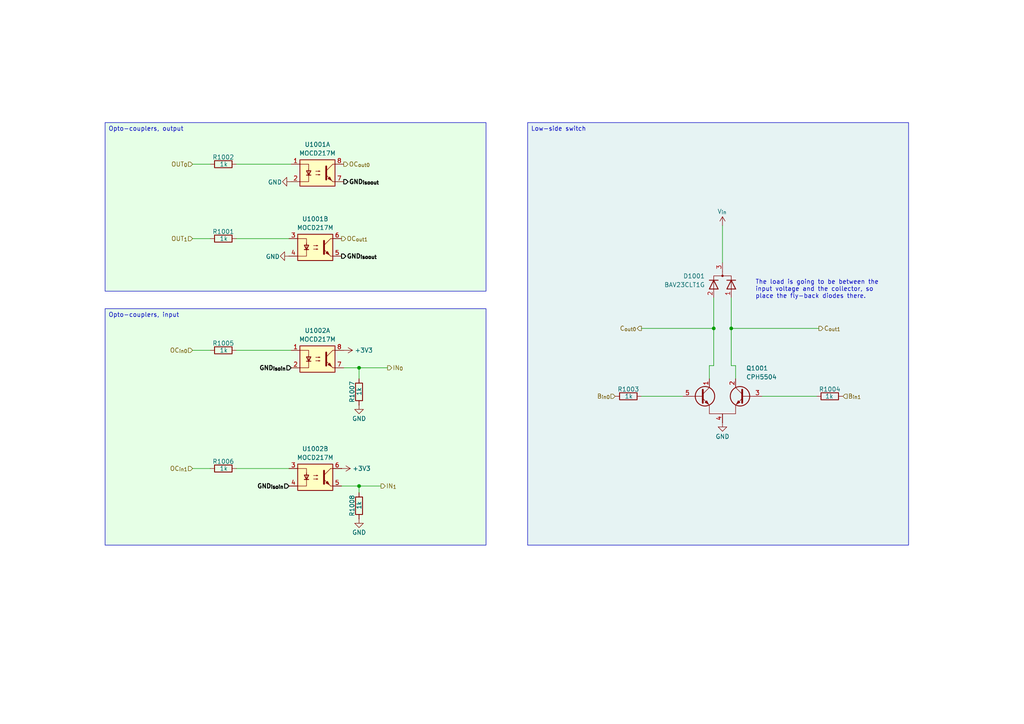
<source format=kicad_sch>
(kicad_sch (version 20231120) (generator "eeschema") (generator_version "8.0")
  (paper "A4")
  (title_block (title "${TITLE}") (date "2025-01-26") (rev "${REVISION}") (company "${LINK}") (comment 1 "${AUTHOR}"))
  (lib_symbols
    (symbol "Device:D_Dual_CommonCathode_AAK_Parallel" (pin_names (offset 0.762) hide)
      (property "Reference" "D" (at 0 5.08 0))
      (property "Value" "D_Dual_CommonCathode_AAK_Parallel" (at 0 -5.08 0))
      (symbol "D_Dual_CommonCathode_AAK_Parallel_0_0"
        (polyline (pts (xy 0 -1.27) (xy 0 -3.81)) (stroke (width 0.254)))
        (polyline (pts (xy 0 1.27) (xy 0 3.81)) (stroke (width 0.254)))
      )
      (symbol "D_Dual_CommonCathode_AAK_Parallel_0_1"
        (polyline (pts (xy 1.27 0) (xy 2.54 0)))
        (polyline (pts (xy -2.54 -2.54) (xy 1.27 -2.54) (xy 1.27 2.54) (xy -2.54 2.54)))
        (polyline (pts (xy -2.54 -1.27) (xy 0 -2.54) (xy -2.54 -3.81) (xy -2.54 -1.27) (xy -2.54 -1.27) (xy -2.54 -1.27)) (stroke (width 0.254)))
        (polyline (pts (xy -2.54 3.81) (xy 0 2.54) (xy -2.54 1.27) (xy -2.54 3.81) (xy -2.54 3.81) (xy -2.54 3.81)) (stroke (width 0.254)))
        (circle (center 1.27 0) (radius 0.254) (fill (type outline)))
        (pin passive line (at -5.08 2.54 0) (length 2.54) (name "A") (number "1"))
        (pin passive line (at -5.08 -2.54 0) (length 2.54) (name "A") (number "2"))
        (pin passive line (at 5.08 0 180) (length 2.54) (name "K") (number "3"))
      )
    )
    (symbol "Device:R" (pin_numbers hide) (pin_names (offset 0))
      (property "Reference" "R" (at 2.032 0 90))
      (property "Value" "R" (at 0 0 90))
      (symbol "R_0_1"
        (rectangle (start -1.016 -2.54) (end 1.016 2.54) (stroke (width 0.254)))
      )
      (symbol "R_1_1"
        (pin passive line (at 0 3.81 270) (length 1.27) (name "~") (number "1"))
        (pin passive line (at 0 -3.81 90) (length 1.27) (name "~") (number "2"))
      )
    )
    (symbol "Isolator:MOCD207M" (pin_names (offset 1.016))
      (property "Reference" "U" (at -5.08 5.08 0))
      (property "Value" "MOCD207M" (at 0 5.08 0))
      (symbol "MOCD207M_0_1"
        (rectangle (start -5.08 3.81) (end 5.08 -3.81) (stroke (width 0.254)) (fill (type background)))
        (polyline (pts (xy -3.175 -0.635) (xy -1.905 -0.635)) (stroke (width 0.254)))
        (polyline (pts (xy 2.54 0.635) (xy 4.445 2.54)))
        (polyline (pts (xy 4.445 -2.54) (xy 2.54 -0.635)) (fill (type outline)))
        (polyline (pts (xy 4.445 -2.54) (xy 5.08 -2.54)))
        (polyline (pts (xy 4.445 2.54) (xy 5.08 2.54)))
        (polyline (pts (xy -5.08 2.54) (xy -2.54 2.54) (xy -2.54 0.635)))
        (polyline (pts (xy 2.54 1.905) (xy 2.54 -1.905) (xy 2.54 -1.905)) (stroke (width 0.508)))
        (polyline (pts (xy -2.54 -0.635) (xy -3.175 0.635) (xy -1.905 0.635) (xy -2.54 -0.635)) (stroke (width 0.254)))
        (polyline (pts (xy -2.54 -0.635) (xy -2.54 1.27) (xy -2.54 -2.54) (xy -5.08 -2.54)))
        (polyline (pts (xy -0.508 -0.508) (xy 0.762 -0.508) (xy 0.381 -0.635) (xy 0.381 -0.381) (xy 0.762 -0.508)))
        (polyline (pts (xy -0.508 0.508) (xy 0.762 0.508) (xy 0.381 0.381) (xy 0.381 0.635) (xy 0.762 0.508)))
        (polyline (pts (xy 3.048 -1.651) (xy 3.556 -1.143) (xy 4.064 -2.159) (xy 3.048 -1.651) (xy 3.048 -1.651)) (fill (type outline)))
      )
      (symbol "MOCD207M_1_1"
        (pin passive line (at -7.62 2.54 0) (length 2.54) (name "~") (number "1"))
        (pin passive line (at -7.62 -2.54 0) (length 2.54) (name "~") (number "2"))
        (pin passive line (at 7.62 -2.54 180) (length 2.54) (name "~") (number "7"))
        (pin passive line (at 7.62 2.54 180) (length 2.54) (name "~") (number "8"))
      )
      (symbol "MOCD207M_2_1"
        (pin passive line (at -7.62 2.54 0) (length 2.54) (name "~") (number "3"))
        (pin passive line (at -7.62 -2.54 0) (length 2.54) (name "~") (number "4"))
        (pin passive line (at 7.62 -2.54 180) (length 2.54) (name "~") (number "5"))
        (pin passive line (at 7.62 2.54 180) (length 2.54) (name "~") (number "6"))
      )
    )
    (symbol "Q_Dual_NPN_NPN_E1B1C2E2B2C1_1" (pin_names (offset 0) hide)
      (property "Reference" "Q1001" (at 6.858 8.128 0))
      (property "Value" "CPH5504" (at 6.858 5.588 0))
      (symbol "Q_Dual_NPN_NPN_E1B1C2E2B2C1_1_0_1"
        (circle (center -5.08 0) (radius 2.8194) (stroke (width 0.254)))
        (polyline (pts (xy -5.715 0) (xy -8.89 0)))
        (polyline (pts (xy -5.715 0.635) (xy -3.81 2.54)))
        (polyline (pts (xy 5.715 0) (xy 8.89 0)))
        (polyline (pts (xy 5.715 0.635) (xy 3.81 2.54)))
        (polyline (pts (xy -5.715 -0.635) (xy -3.81 -2.54) (xy -3.81 -2.54)))
        (polyline (pts (xy -5.715 1.905) (xy -5.715 -1.905) (xy -5.715 -1.905)) (stroke (width 0.508)))
        (polyline (pts (xy 5.715 -0.635) (xy 3.81 -2.54) (xy 3.81 -2.54)))
        (polyline (pts (xy 5.715 1.905) (xy 5.715 -1.905) (xy 5.715 -1.905)) (stroke (width 0.508)))
        (polyline (pts (xy 3.81 -2.54) (xy 3.81 -5.08) (xy -3.81 -5.08) (xy -3.81 -2.54)))
        (polyline (pts (xy -5.08 -1.778) (xy -4.572 -1.27) (xy -4.064 -2.286) (xy -5.08 -1.778) (xy -5.08 -1.778)) (fill (type outline)))
        (polyline (pts (xy 5.08 -1.778) (xy 4.572 -1.27) (xy 4.064 -2.286) (xy 5.08 -1.778) (xy 5.08 -1.778)) (fill (type outline)))
        (circle (center 5.08 0) (radius 2.8194) (stroke (width 0.254)))
      )
      (symbol "Q_Dual_NPN_NPN_E1B1C2E2B2C1_1_1_1"
        (pin passive line (at -3.81 5.08 270) (length 2.54) (name "C1") (number "1"))
        (pin passive line (at 3.81 5.08 270) (length 2.54) (name "C2") (number "2"))
        (pin input line (at 11.43 0 180) (length 2.54) (name "B2") (number "3"))
        (pin passive line (at 0 -7.62 90) (length 2.54) (name "E") (number "4"))
        (pin input line (at -11.43 0 0) (length 2.54) (name "B1") (number "5"))
      )
    )
    (symbol "power:+12V" (power) (pin_names (offset 0))
      (property "Value" "+12V" (at 0 3.556 0))
      (symbol "+12V_0_1"
        (polyline (pts (xy -0.762 1.27) (xy 0 2.54)))
        (polyline (pts (xy 0 0) (xy 0 2.54)))
        (polyline (pts (xy 0 2.54) (xy 0.762 1.27)))
      )
      (symbol "+12V_1_1"
        (pin power_in line (at 0 0 90) (length 0) hide (name "+12V") (number "1"))
      )
    )
    (symbol "power:+3V3" (power) (pin_numbers hide) (pin_names (offset 0) hide)
      (property "Value" "+3V3" (at 0 3.556 0))
      (symbol "+3V3_0_1"
        (polyline (pts (xy -0.762 1.27) (xy 0 2.54)))
        (polyline (pts (xy 0 0) (xy 0 2.54)))
        (polyline (pts (xy 0 2.54) (xy 0.762 1.27)))
      )
      (symbol "+3V3_1_1"
        (pin power_in line (at 0 0 90) (length 0) (name "~") (number "1"))
      )
    )
    (symbol "power:GND" (power) (pin_numbers hide) (pin_names (offset 0) hide)
      (property "Value" "GND" (at 0 -3.81 0))
      (symbol "GND_0_1"
        (polyline (pts (xy 0 0) (xy 0 -1.27) (xy 1.27 -1.27) (xy 0 -2.54) (xy -1.27 -1.27) (xy 0 -1.27)))
      )
      (symbol "GND_1_1"
        (pin power_in line (at 0 0 270) (length 0) (name "~") (number "1"))
      )
    )
  )
  (junction (at 212.09 95.25))
  (junction (at 207.01 95.25))
  (junction (at 104.14 140.97))
  (junction (at 104.14 106.68))
  (wire (pts (xy 55.88 101.6) (xy 60.96 101.6)))
  (wire (pts (xy 236.855 114.935) (xy 220.98 114.935)))
  (wire (pts (xy 104.14 106.68) (xy 104.14 109.855)))
  (wire (pts (xy 212.09 106.045) (xy 213.36 106.045)))
  (wire (pts (xy 209.55 65.405) (xy 209.55 76.2)))
  (wire (pts (xy 99.695 106.68) (xy 104.14 106.68)))
  (wire (pts (xy 104.14 106.68) (xy 112.395 106.68)))
  (wire (pts (xy 186.055 95.25) (xy 207.01 95.25)))
  (wire (pts (xy 68.58 135.89) (xy 83.82 135.89)))
  (wire (pts (xy 68.58 47.625) (xy 84.455 47.625)))
  (wire (pts (xy 205.74 106.045) (xy 205.74 109.855)))
  (wire (pts (xy 212.09 95.25) (xy 237.49 95.25)))
  (wire (pts (xy 104.14 140.97) (xy 110.49 140.97)))
  (wire (pts (xy 99.06 140.97) (xy 104.14 140.97)))
  (wire (pts (xy 55.88 47.625) (xy 60.96 47.625)))
  (wire (pts (xy 212.09 86.36) (xy 212.09 95.25)))
  (wire (pts (xy 207.01 86.36) (xy 207.01 95.25)))
  (wire (pts (xy 104.14 140.97) (xy 104.14 142.875)))
  (wire (pts (xy 186.055 114.935) (xy 198.12 114.935)))
  (wire (pts (xy 55.88 135.89) (xy 60.96 135.89)))
  (wire (pts (xy 207.01 106.045) (xy 205.74 106.045)))
  (wire (pts (xy 213.36 106.045) (xy 213.36 109.855)))
  (wire (pts (xy 68.58 69.215) (xy 83.82 69.215)))
  (wire (pts (xy 207.01 95.25) (xy 207.01 106.045)))
  (wire (pts (xy 212.09 95.25) (xy 212.09 106.045)))
  (wire (pts (xy 55.88 69.215) (xy 60.96 69.215)))
  (wire (pts (xy 68.58 101.6) (xy 84.455 101.6)))
  (text_box "Opto-couplers, input" (at 30.48 89.535 0) (size 110.49 68.58) (fill (type color) (color 0 255 0 0.1)) (effects (font (size 1.27 1.27)) (justify left top)))
  (text_box "Opto-couplers, output" (at 30.48 35.56 0) (size 110.49 48.895) (fill (type color) (color 0 255 0 0.1)) (effects (font (size 1.27 1.27)) (justify left top)))
  (text_box "Low-side switch" (at 153.035 35.56 0) (size 110.49 122.555) (fill (type color) (color 0 132 132 0.1)) (effects (font (size 1.27 1.27)) (justify left top)))
  (text "The load is going to be between the \ninput voltage and the collector, so\nplace the fly-back diodes there." (at 219.075 83.947 0) (effects (font (size 1.27 1.27)) (justify left)))
  (hierarchical_label "OUT_{0}" (shape input) (at 55.88 47.625 180) (property "Netclass" "digital" (effects (hide yes))))
  (hierarchical_label "C_{out}_{1}" (shape output) (at 237.49 95.25 0))
  (hierarchical_label "IN_{1}" (shape output) (at 110.49 140.97 0) (property "Netclass" "digital" (effects (hide yes))))
  (hierarchical_label "GND_{iso}_{out}" (shape output) (at 99.06 74.295 0) (effects (font (thickness 0.254) (bold yes))))
  (hierarchical_label "OC_{in}_{0}" (shape input) (at 55.88 101.6 180) (property "Netclass" "digital" (effects (hide yes))))
  (hierarchical_label "C_{out}_{0}" (shape output) (at 186.055 95.25 180))
  (hierarchical_label "B_{in}_{0}" (shape input) (at 178.435 114.935 180) (property "Netclass" "digital" (effects (hide yes))))
  (hierarchical_label "OUT_{1}" (shape input) (at 55.88 69.215 180) (property "Netclass" "digital" (effects (hide yes))))
  (hierarchical_label "GND_{iso}_{in}" (shape input) (at 84.455 106.68 180) (effects (font (thickness 0.254) (bold yes))))
  (hierarchical_label "OC_{in}_{1}" (shape input) (at 55.88 135.89 180) (property "Netclass" "digital" (effects (hide yes))))
  (hierarchical_label "B_{in}_{1}" (shape input) (at 244.475 114.935 0) (property "Netclass" "digital" (effects (hide yes))))
  (hierarchical_label "GND_{iso}_{out}" (shape output) (at 99.695 52.705 0) (effects (font (thickness 0.254) (bold yes))))
  (hierarchical_label "OC_{out}_{1}" (shape output) (at 99.06 69.215 0) (property "Netclass" "digital" (effects (hide yes))))
  (hierarchical_label "IN_{0}" (shape output) (at 112.395 106.68 0) (property "Netclass" "digital" (effects (hide yes))))
  (hierarchical_label "GND_{iso}_{in}" (shape input) (at 83.82 140.97 180) (effects (font (thickness 0.254) (bold yes))))
  (hierarchical_label "OC_{out}_{0}" (shape output) (at 99.695 47.625 0) (property "Netclass" "digital" (effects (hide yes))))
  (symbol (lib_id "power:GND") (at 209.55 122.555 0) (unit 1)
    (property "Reference" "#PWR01003" (effects (hide yes)))
    (property "Value" "GND" (at 209.55 126.619 0))
    (property "Description" "Power symbol creates a global label with name \"GND\" , ground" (effects (hide yes)))
  )
  (symbol (lib_id "Isolator:MOCD207M") (at 92.075 50.165 0) (unit 1)
    (property "Reference" "U1001" (at 92.075 41.91 0))
    (property "Value" "MOCD217M" (at 92.075 44.45 0))
    (property "Footprint" "Package_SO:SOIC-8_3.9x4.9mm_P1.27mm" (effects (hide yes)))
    (property "Datasheet" "https://www.onsemi.com/pdf/datasheet/mocd217m-d.pdf" (effects (hide yes)))
    (property "Description" "8-pin SOIC Dual-Channel Phototransistor Output Optocoupler, VCEO 70V, VF 1.25-1.5V (IF 30mA), CTR 100-200%, SOIC8" (effects (hide yes)))
    (property "MPN" "MOCD217R2M" (effects (hide yes)))
    (property "Digikey" "https://www.digikey.de/en/products/detail/onsemi/MOCD217R2M/402226" (effects (hide yes)))
    (property "Price" "1.2" (effects (hide yes)))
  )
  (symbol (lib_id "Device:R") (at 240.665 114.935 270) (unit 1)
    (property "Reference" "R1004" (at 240.665 112.903 90))
    (property "Value" "1k" (at 240.538 114.935 90))
    (property "Footprint" "Resistor_SMD:R_0603_1608Metric" (effects (hide yes)))
    (property "Description" "Resistor" (effects (hide yes)))
    (property "Tolerance" "5%" (effects (hide yes)))
    (property "Power" "0.1W" (effects (hide yes)))
    (property "Price" "0.1" (effects (hide yes)))
  )
  (symbol (lib_id "Device:R") (at 64.77 69.215 90) (mirror x) (unit 1)
    (property "Reference" "R1001" (at 64.77 67.183 90))
    (property "Value" "1k" (at 64.897 69.215 90))
    (property "Footprint" "Resistor_SMD:R_0603_1608Metric" (effects (hide yes)))
    (property "Description" "Resistor" (effects (hide yes)))
    (property "Tolerance" "5%" (effects (hide yes)))
    (property "Power" "0.1W" (effects (hide yes)))
    (property "Price" "0.1" (effects (hide yes)))
  )
  (symbol (lib_id "power:GND") (at 104.14 150.495 0) (mirror y) (unit 1)
    (property "Reference" "#PWR01007" (effects (hide yes)))
    (property "Value" "GND" (at 102.108 154.432 0) (effects (justify right)))
    (property "Description" "Power symbol creates a global label with name \"GND\" , ground" (effects (hide yes)))
  )
  (symbol (lib_id "Device:R") (at 182.245 114.935 90) (mirror x) (unit 1)
    (property "Reference" "R1003" (at 182.245 112.903 90))
    (property "Value" "1k" (at 182.372 114.935 90))
    (property "Footprint" "Resistor_SMD:R_0603_1608Metric" (effects (hide yes)))
    (property "Description" "Resistor" (effects (hide yes)))
    (property "Tolerance" "5%" (effects (hide yes)))
    (property "Power" "0.1W" (effects (hide yes)))
    (property "Price" "0.1" (effects (hide yes)))
  )
  (symbol (lib_id "Device:R") (at 104.14 146.685 0) (mirror x) (unit 1)
    (property "Reference" "R1008" (at 102.108 146.685 90))
    (property "Value" "1k" (at 104.14 146.558 90))
    (property "Footprint" "Resistor_SMD:R_0603_1608Metric" (effects (hide yes)))
    (property "Description" "Resistor" (effects (hide yes)))
    (property "Tolerance" "5%" (effects (hide yes)))
    (property "Power" "0.1W" (effects (hide yes)))
    (property "Price" "0.1" (effects (hide yes)))
  )
  (symbol (lib_id "Device:R") (at 104.14 113.665 0) (mirror x) (unit 1)
    (property "Reference" "R1007" (at 102.108 113.665 90))
    (property "Value" "1k" (at 104.14 113.538 90))
    (property "Footprint" "Resistor_SMD:R_0603_1608Metric" (effects (hide yes)))
    (property "Description" "Resistor" (effects (hide yes)))
    (property "Tolerance" "5%" (effects (hide yes)))
    (property "Power" "0.1W" (effects (hide yes)))
    (property "Price" "0.1" (effects (hide yes)))
  )
  (symbol (lib_id "power:+3V3") (at 99.695 101.6 270) (unit 1)
    (property "Reference" "#PWR01005" (effects (hide yes)))
    (property "Value" "+3V3" (at 102.87 101.5999 90) (effects (justify left)))
    (property "Description" "Power symbol creates a global label with name \"+3V3\"" (effects (hide yes)))
  )
  (symbol (lib_id "power:+3V3") (at 99.06 135.89 270) (unit 1)
    (property "Reference" "#PWR01008" (effects (hide yes)))
    (property "Value" "+3V3" (at 102.235 135.8899 90) (effects (justify left)))
    (property "Description" "Power symbol creates a global label with name \"+3V3\"" (effects (hide yes)))
  )
  (symbol (lib_id "power:GND") (at 84.455 52.705 270) (unit 1)
    (property "Reference" "#PWR01001" (effects (hide yes)))
    (property "Value" "GND" (at 81.788 52.832 90) (effects (justify right)))
    (property "Description" "Power symbol creates a global label with name \"GND\" , ground" (effects (hide yes)))
  )
  (symbol (lib_name "Q_Dual_NPN_NPN_E1B1C2E2B2C1_1") (lib_id "Device:Q_Dual_NPN_NPN_E1B1C2E2B2C1") (at 209.55 114.935 0) (unit 1)
    (property "Reference" "Q1001" (at 216.408 106.807 0) (effects (justify left)))
    (property "Value" "CPH5504" (at 216.408 109.347 0) (effects (justify left)))
    (property "Footprint" "hats:TSOT-23-5-mirrored" (effects (hide yes)))
    (property "Datasheet" "https://www.onsemi.com/pdf/datasheet/cph5504-d.pdf" (effects (hide yes)))
    (property "Description" "Dual NPN transistor, 5-pin package" (effects (hide yes)))
    (property "MPN" "CPH5504-TL-E" (effects (hide yes)))
    (property "Digikey" "https://www.digikey.de/en/products/detail/onsemi/CPH5504-TL-E/2797136" (effects (hide yes)))
    (property "Price" "1" (effects (hide yes)))
  )
  (symbol (lib_id "Device:R") (at 64.77 135.89 90) (mirror x) (unit 1)
    (property "Reference" "R1006" (at 64.77 133.858 90))
    (property "Value" "1k" (at 64.897 135.89 90))
    (property "Footprint" "Resistor_SMD:R_0603_1608Metric" (effects (hide yes)))
    (property "Description" "Resistor" (effects (hide yes)))
    (property "Tolerance" "5%" (effects (hide yes)))
    (property "Power" "0.1W" (effects (hide yes)))
    (property "Price" "0.1" (effects (hide yes)))
  )
  (symbol (lib_id "power:GND") (at 83.82 74.295 270) (unit 1)
    (property "Reference" "#PWR01002" (effects (hide yes)))
    (property "Value" "GND" (at 81.153 74.422 90) (effects (justify right)))
    (property "Description" "Power symbol creates a global label with name \"GND\" , ground" (effects (hide yes)))
  )
  (symbol (lib_id "Device:D_Dual_CommonCathode_AAK_Parallel") (at 209.55 81.28 270) (mirror x) (unit 1)
    (property "Reference" "D1001" (at 204.47 80.0734 90) (effects (justify right)))
    (property "Value" "BAV23CLT1G" (at 204.47 82.6134 90) (effects (justify right)))
    (property "Footprint" "Package_TO_SOT_SMD:SOT-23-3" (effects (hide yes)))
    (property "Datasheet" "https://www.onsemi.com/pdf/datasheet/bav23clt1-d.pdf" (effects (hide yes)))
    (property "Description" "Dual diode, common cathode on pin 1" (effects (hide yes)))
    (property "MPN" "BAV23CLT1G" (effects (hide yes)))
    (property "Digikey" "https://www.digikey.de/en/products/detail/onsemi/BAV23CLT1G/2271266" (effects (hide yes)))
    (property "Price" "0.16" (effects (hide yes)))
  )
  (symbol (lib_id "power:GND") (at 104.14 117.475 0) (mirror y) (unit 1)
    (property "Reference" "#PWR01006" (effects (hide yes)))
    (property "Value" "GND" (at 102.108 121.412 0) (effects (justify right)))
    (property "Description" "Power symbol creates a global label with name \"GND\" , ground" (effects (hide yes)))
  )
  (symbol (lib_id "Device:R") (at 64.77 101.6 90) (mirror x) (unit 1)
    (property "Reference" "R1005" (at 64.77 99.568 90))
    (property "Value" "1k" (at 64.897 101.6 90))
    (property "Footprint" "Resistor_SMD:R_0603_1608Metric" (effects (hide yes)))
    (property "Description" "Resistor" (effects (hide yes)))
    (property "Tolerance" "5%" (effects (hide yes)))
    (property "Power" "0.1W" (effects (hide yes)))
    (property "Price" "0.1" (effects (hide yes)))
  )
  (symbol (lib_id "Device:R") (at 64.77 47.625 90) (mirror x) (unit 1)
    (property "Reference" "R1002" (at 64.77 45.593 90))
    (property "Value" "1k" (at 64.897 47.625 90))
    (property "Footprint" "Resistor_SMD:R_0603_1608Metric" (effects (hide yes)))
    (property "Description" "Resistor" (effects (hide yes)))
    (property "Tolerance" "5%" (effects (hide yes)))
    (property "Power" "0.1W" (effects (hide yes)))
    (property "Price" "0.1" (effects (hide yes)))
  )
  (symbol (lib_id "Isolator:MOCD207M") (at 92.075 104.14 0) (unit 1)
    (property "Reference" "U1002" (at 92.075 95.885 0))
    (property "Value" "MOCD217M" (at 92.075 98.425 0))
    (property "Footprint" "Package_SO:SOIC-8_3.9x4.9mm_P1.27mm" (effects (hide yes)))
    (property "Datasheet" "https://www.onsemi.com/pdf/datasheet/mocd217m-d.pdf" (effects (hide yes)))
    (property "Description" "8-pin SOIC Dual-Channel Phototransistor Output Optocoupler, VCEO 70V, VF 1.25-1.5V (IF 30mA), CTR 100-200%, SOIC8" (effects (hide yes)))
    (property "MPN" "MOCD217R2M" (effects (hide yes)))
    (property "Digikey" "https://www.digikey.de/en/products/detail/onsemi/MOCD217R2M/402226" (effects (hide yes)))
    (property "Price" "1.2" (effects (hide yes)))
  )
  (symbol (lib_id "power:+12V") (at 209.55 65.405 0) (unit 1)
    (property "Reference" "#PWR01004" (effects (hide yes)))
    (property "Value" "V_{in}" (at 209.423 61.341 0))
  )
  (symbol (lib_id "Isolator:MOCD207M") (at 91.44 138.43 0) (unit 2)
    (property "Reference" "U1002" (at 91.44 130.175 0))
    (property "Value" "MOCD217M" (at 91.44 132.715 0))
    (property "Footprint" "Package_SO:SOIC-8_3.9x4.9mm_P1.27mm" (effects (hide yes)))
    (property "Datasheet" "https://www.onsemi.com/pdf/datasheet/mocd217m-d.pdf" (effects (hide yes)))
    (property "Description" "8-pin SOIC Dual-Channel Phototransistor Output Optocoupler, VCEO 70V, VF 1.25-1.5V (IF 30mA), CTR 100-200%, SOIC8" (effects (hide yes)))
    (property "MPN" "MOCD217R2M" (effects (hide yes)))
    (property "Digikey" "https://www.digikey.de/en/products/detail/onsemi/MOCD217R2M/402226" (effects (hide yes)))
    (property "Price" "1.2" (effects (hide yes)))
  )
  (symbol (lib_id "Isolator:MOCD207M") (at 91.44 71.755 0) (unit 2)
    (property "Reference" "U1001" (at 91.44 63.5 0))
    (property "Value" "MOCD217M" (at 91.44 66.04 0))
    (property "Footprint" "Package_SO:SOIC-8_3.9x4.9mm_P1.27mm" (effects (hide yes)))
    (property "Datasheet" "https://www.onsemi.com/pdf/datasheet/mocd217m-d.pdf" (effects (hide yes)))
    (property "Description" "8-pin SOIC Dual-Channel Phototransistor Output Optocoupler, VCEO 70V, VF 1.25-1.5V (IF 30mA), CTR 100-200%, SOIC8" (effects (hide yes)))
    (property "MPN" "MOCD217R2M" (effects (hide yes)))
    (property "Digikey" "https://www.digikey.de/en/products/detail/onsemi/MOCD217R2M/402226" (effects (hide yes)))
    (property "Price" "1.2" (effects (hide yes)))
  )
)
</source>
